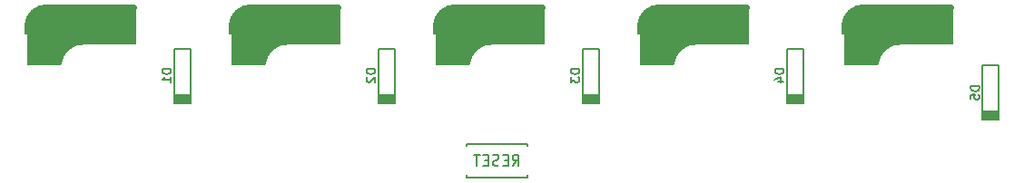
<source format=gbo>
%TF.GenerationSoftware,KiCad,Pcbnew,(5.1.10)-1*%
%TF.CreationDate,2021-09-25T16:03:37+01:00*%
%TF.ProjectId,piccolo-mini,70696363-6f6c-46f2-9d6d-696e692e6b69,rev?*%
%TF.SameCoordinates,Original*%
%TF.FileFunction,Legend,Bot*%
%TF.FilePolarity,Positive*%
%FSLAX46Y46*%
G04 Gerber Fmt 4.6, Leading zero omitted, Abs format (unit mm)*
G04 Created by KiCad (PCBNEW (5.1.10)-1) date 2021-09-25 16:03:37*
%MOMM*%
%LPD*%
G01*
G04 APERTURE LIST*
%ADD10C,0.150000*%
%ADD11C,1.000000*%
%ADD12C,0.400000*%
%ADD13C,0.500000*%
%ADD14C,3.500000*%
%ADD15C,3.000000*%
%ADD16C,0.800000*%
%ADD17C,0.300000*%
G04 APERTURE END LIST*
D10*
%TO.C,SW1*%
X184650500Y-98310500D02*
X178950500Y-98310500D01*
X178950500Y-98310500D02*
X178950500Y-98060500D01*
X184650500Y-98310500D02*
X184650500Y-98060500D01*
X184650500Y-95110500D02*
X184650500Y-95360500D01*
X184650500Y-95110500D02*
X178950500Y-95110500D01*
X178950500Y-95110500D02*
X178950500Y-95360500D01*
%TO.C,MX5*%
X217284182Y-87651529D02*
G75*
G02*
X219500500Y-85773000I2151318J-291471D01*
G01*
X214000500Y-84073001D02*
G75*
G02*
X216100499Y-82173000I2000000J-99999D01*
G01*
D11*
X216884182Y-87251529D02*
G75*
G02*
X219100500Y-85373000I2151318J-291471D01*
G01*
D12*
X224150500Y-82373000D02*
X222900500Y-82373000D01*
D13*
X214450500Y-87473000D02*
X216900500Y-87473000D01*
D10*
X224300500Y-82173000D02*
X216100499Y-82173000D01*
X219500500Y-85773000D02*
X224300500Y-85773000D01*
X214250500Y-87673000D02*
X217280500Y-87673000D01*
X214000500Y-84073000D02*
X214000500Y-84823000D01*
X214250500Y-83223000D02*
X214250500Y-87673000D01*
X214000500Y-84823000D02*
X214200500Y-84823000D01*
X224280500Y-84773000D02*
X224280500Y-82523000D01*
X224300500Y-85773000D02*
X224300500Y-82173000D01*
D14*
X222500500Y-83973000D02*
X215800500Y-83973000D01*
D11*
X223800500Y-82773000D02*
X223800500Y-85273000D01*
D13*
X224100500Y-85523000D02*
X222800500Y-85473000D01*
D15*
X215730500Y-83673000D02*
X215730500Y-85913000D01*
D16*
X214600500Y-87173000D02*
X214600500Y-85373001D01*
D17*
X214100500Y-84723000D02*
X214100500Y-84073000D01*
D10*
%TO.C,MX4*%
X198234182Y-87651529D02*
G75*
G02*
X200450500Y-85773000I2151318J-291471D01*
G01*
X194950500Y-84073001D02*
G75*
G02*
X197050499Y-82173000I2000000J-99999D01*
G01*
D11*
X197834182Y-87251529D02*
G75*
G02*
X200050500Y-85373000I2151318J-291471D01*
G01*
D12*
X205100500Y-82373000D02*
X203850500Y-82373000D01*
D13*
X195400500Y-87473000D02*
X197850500Y-87473000D01*
D10*
X205250500Y-82173000D02*
X197050499Y-82173000D01*
X200450500Y-85773000D02*
X205250500Y-85773000D01*
X195200500Y-87673000D02*
X198230500Y-87673000D01*
X194950500Y-84073000D02*
X194950500Y-84823000D01*
X195200500Y-83223000D02*
X195200500Y-87673000D01*
X194950500Y-84823000D02*
X195150500Y-84823000D01*
X205230500Y-84773000D02*
X205230500Y-82523000D01*
X205250500Y-85773000D02*
X205250500Y-82173000D01*
D14*
X203450500Y-83973000D02*
X196750500Y-83973000D01*
D11*
X204750500Y-82773000D02*
X204750500Y-85273000D01*
D13*
X205050500Y-85523000D02*
X203750500Y-85473000D01*
D15*
X196680500Y-83673000D02*
X196680500Y-85913000D01*
D16*
X195550500Y-87173000D02*
X195550500Y-85373001D01*
D17*
X195050500Y-84723000D02*
X195050500Y-84073000D01*
D10*
%TO.C,MX3*%
X179184182Y-87651529D02*
G75*
G02*
X181400500Y-85773000I2151318J-291471D01*
G01*
X175900500Y-84073001D02*
G75*
G02*
X178000499Y-82173000I2000000J-99999D01*
G01*
D11*
X178784182Y-87251529D02*
G75*
G02*
X181000500Y-85373000I2151318J-291471D01*
G01*
D12*
X186050500Y-82373000D02*
X184800500Y-82373000D01*
D13*
X176350500Y-87473000D02*
X178800500Y-87473000D01*
D10*
X186200500Y-82173000D02*
X178000499Y-82173000D01*
X181400500Y-85773000D02*
X186200500Y-85773000D01*
X176150500Y-87673000D02*
X179180500Y-87673000D01*
X175900500Y-84073000D02*
X175900500Y-84823000D01*
X176150500Y-83223000D02*
X176150500Y-87673000D01*
X175900500Y-84823000D02*
X176100500Y-84823000D01*
X186180500Y-84773000D02*
X186180500Y-82523000D01*
X186200500Y-85773000D02*
X186200500Y-82173000D01*
D14*
X184400500Y-83973000D02*
X177700500Y-83973000D01*
D11*
X185700500Y-82773000D02*
X185700500Y-85273000D01*
D13*
X186000500Y-85523000D02*
X184700500Y-85473000D01*
D15*
X177630500Y-83673000D02*
X177630500Y-85913000D01*
D16*
X176500500Y-87173000D02*
X176500500Y-85373001D01*
D17*
X176000500Y-84723000D02*
X176000500Y-84073000D01*
D10*
%TO.C,MX2*%
X160134182Y-87651529D02*
G75*
G02*
X162350500Y-85773000I2151318J-291471D01*
G01*
X156850500Y-84073001D02*
G75*
G02*
X158950499Y-82173000I2000000J-99999D01*
G01*
D11*
X159734182Y-87251529D02*
G75*
G02*
X161950500Y-85373000I2151318J-291471D01*
G01*
D12*
X167000500Y-82373000D02*
X165750500Y-82373000D01*
D13*
X157300500Y-87473000D02*
X159750500Y-87473000D01*
D10*
X167150500Y-82173000D02*
X158950499Y-82173000D01*
X162350500Y-85773000D02*
X167150500Y-85773000D01*
X157100500Y-87673000D02*
X160130500Y-87673000D01*
X156850500Y-84073000D02*
X156850500Y-84823000D01*
X157100500Y-83223000D02*
X157100500Y-87673000D01*
X156850500Y-84823000D02*
X157050500Y-84823000D01*
X167130500Y-84773000D02*
X167130500Y-82523000D01*
X167150500Y-85773000D02*
X167150500Y-82173000D01*
D14*
X165350500Y-83973000D02*
X158650500Y-83973000D01*
D11*
X166650500Y-82773000D02*
X166650500Y-85273000D01*
D13*
X166950500Y-85523000D02*
X165650500Y-85473000D01*
D15*
X158580500Y-83673000D02*
X158580500Y-85913000D01*
D16*
X157450500Y-87173000D02*
X157450500Y-85373001D01*
D17*
X156950500Y-84723000D02*
X156950500Y-84073000D01*
D10*
%TO.C,MX1*%
X141084182Y-87651529D02*
G75*
G02*
X143300500Y-85773000I2151318J-291471D01*
G01*
X137800500Y-84073001D02*
G75*
G02*
X139900499Y-82173000I2000000J-99999D01*
G01*
D11*
X140684182Y-87251529D02*
G75*
G02*
X142900500Y-85373000I2151318J-291471D01*
G01*
D12*
X147950500Y-82373000D02*
X146700500Y-82373000D01*
D13*
X138250500Y-87473000D02*
X140700500Y-87473000D01*
D10*
X148100500Y-82173000D02*
X139900499Y-82173000D01*
X143300500Y-85773000D02*
X148100500Y-85773000D01*
X138050500Y-87673000D02*
X141080500Y-87673000D01*
X137800500Y-84073000D02*
X137800500Y-84823000D01*
X138050500Y-83223000D02*
X138050500Y-87673000D01*
X137800500Y-84823000D02*
X138000500Y-84823000D01*
X148080500Y-84773000D02*
X148080500Y-82523000D01*
X148100500Y-85773000D02*
X148100500Y-82173000D01*
D14*
X146300500Y-83973000D02*
X139600500Y-83973000D01*
D11*
X147600500Y-82773000D02*
X147600500Y-85273000D01*
D13*
X147900500Y-85523000D02*
X146600500Y-85473000D01*
D15*
X139530500Y-83673000D02*
X139530500Y-85913000D01*
D16*
X138400500Y-87173000D02*
X138400500Y-85373001D01*
D17*
X137900500Y-84723000D02*
X137900500Y-84073000D01*
D10*
%TO.C,D5*%
X227076000Y-92138500D02*
X228600000Y-92138500D01*
X227076000Y-92265500D02*
X228600000Y-92265500D01*
X228600000Y-92392500D02*
X227076000Y-92392500D01*
X227076000Y-92773500D02*
X228600000Y-92773500D01*
X228600000Y-92646500D02*
X227076000Y-92646500D01*
X227076000Y-92519500D02*
X228600000Y-92519500D01*
X228600000Y-87820500D02*
X227076000Y-87820500D01*
X228600000Y-92900500D02*
X228600000Y-87820500D01*
X227076000Y-92900500D02*
X228600000Y-92900500D01*
X227076000Y-87820500D02*
X227076000Y-92900500D01*
%TO.C,D4*%
X208819750Y-90551000D02*
X210343750Y-90551000D01*
X208819750Y-90678000D02*
X210343750Y-90678000D01*
X210343750Y-90805000D02*
X208819750Y-90805000D01*
X208819750Y-91186000D02*
X210343750Y-91186000D01*
X210343750Y-91059000D02*
X208819750Y-91059000D01*
X208819750Y-90932000D02*
X210343750Y-90932000D01*
X210343750Y-86233000D02*
X208819750Y-86233000D01*
X210343750Y-91313000D02*
X210343750Y-86233000D01*
X208819750Y-91313000D02*
X210343750Y-91313000D01*
X208819750Y-86233000D02*
X208819750Y-91313000D01*
%TO.C,D3*%
X189769750Y-90551000D02*
X191293750Y-90551000D01*
X189769750Y-90678000D02*
X191293750Y-90678000D01*
X191293750Y-90805000D02*
X189769750Y-90805000D01*
X189769750Y-91186000D02*
X191293750Y-91186000D01*
X191293750Y-91059000D02*
X189769750Y-91059000D01*
X189769750Y-90932000D02*
X191293750Y-90932000D01*
X191293750Y-86233000D02*
X189769750Y-86233000D01*
X191293750Y-91313000D02*
X191293750Y-86233000D01*
X189769750Y-91313000D02*
X191293750Y-91313000D01*
X189769750Y-86233000D02*
X189769750Y-91313000D01*
%TO.C,D2*%
X170719750Y-90551000D02*
X172243750Y-90551000D01*
X170719750Y-90678000D02*
X172243750Y-90678000D01*
X172243750Y-90805000D02*
X170719750Y-90805000D01*
X170719750Y-91186000D02*
X172243750Y-91186000D01*
X172243750Y-91059000D02*
X170719750Y-91059000D01*
X170719750Y-90932000D02*
X172243750Y-90932000D01*
X172243750Y-86233000D02*
X170719750Y-86233000D01*
X172243750Y-91313000D02*
X172243750Y-86233000D01*
X170719750Y-91313000D02*
X172243750Y-91313000D01*
X170719750Y-86233000D02*
X170719750Y-91313000D01*
%TO.C,D1*%
X151669750Y-90551000D02*
X153193750Y-90551000D01*
X151669750Y-90678000D02*
X153193750Y-90678000D01*
X153193750Y-90805000D02*
X151669750Y-90805000D01*
X151669750Y-91186000D02*
X153193750Y-91186000D01*
X153193750Y-91059000D02*
X151669750Y-91059000D01*
X151669750Y-90932000D02*
X153193750Y-90932000D01*
X153193750Y-86233000D02*
X151669750Y-86233000D01*
X153193750Y-91313000D02*
X153193750Y-86233000D01*
X151669750Y-91313000D02*
X153193750Y-91313000D01*
X151669750Y-86233000D02*
X151669750Y-91313000D01*
%TO.C,SW1*%
X183252880Y-97162880D02*
X183586214Y-96686690D01*
X183824309Y-97162880D02*
X183824309Y-96162880D01*
X183443357Y-96162880D01*
X183348119Y-96210500D01*
X183300500Y-96258119D01*
X183252880Y-96353357D01*
X183252880Y-96496214D01*
X183300500Y-96591452D01*
X183348119Y-96639071D01*
X183443357Y-96686690D01*
X183824309Y-96686690D01*
X182824309Y-96639071D02*
X182490976Y-96639071D01*
X182348119Y-97162880D02*
X182824309Y-97162880D01*
X182824309Y-96162880D01*
X182348119Y-96162880D01*
X181967166Y-97115261D02*
X181824309Y-97162880D01*
X181586214Y-97162880D01*
X181490976Y-97115261D01*
X181443357Y-97067642D01*
X181395738Y-96972404D01*
X181395738Y-96877166D01*
X181443357Y-96781928D01*
X181490976Y-96734309D01*
X181586214Y-96686690D01*
X181776690Y-96639071D01*
X181871928Y-96591452D01*
X181919547Y-96543833D01*
X181967166Y-96448595D01*
X181967166Y-96353357D01*
X181919547Y-96258119D01*
X181871928Y-96210500D01*
X181776690Y-96162880D01*
X181538595Y-96162880D01*
X181395738Y-96210500D01*
X180967166Y-96639071D02*
X180633833Y-96639071D01*
X180490976Y-97162880D02*
X180967166Y-97162880D01*
X180967166Y-96162880D01*
X180490976Y-96162880D01*
X180205261Y-96162880D02*
X179633833Y-96162880D01*
X179919547Y-97162880D02*
X179919547Y-96162880D01*
%TO.C,D5*%
X226799904Y-89744623D02*
X225999904Y-89744623D01*
X225999904Y-89935100D01*
X226038000Y-90049385D01*
X226114190Y-90125576D01*
X226190380Y-90163671D01*
X226342761Y-90201766D01*
X226457047Y-90201766D01*
X226609428Y-90163671D01*
X226685619Y-90125576D01*
X226761809Y-90049385D01*
X226799904Y-89935100D01*
X226799904Y-89744623D01*
X225999904Y-90925576D02*
X225999904Y-90544623D01*
X226380857Y-90506528D01*
X226342761Y-90544623D01*
X226304666Y-90620814D01*
X226304666Y-90811290D01*
X226342761Y-90887480D01*
X226380857Y-90925576D01*
X226457047Y-90963671D01*
X226647523Y-90963671D01*
X226723714Y-90925576D01*
X226761809Y-90887480D01*
X226799904Y-90811290D01*
X226799904Y-90620814D01*
X226761809Y-90544623D01*
X226723714Y-90506528D01*
%TO.C,D4*%
X208543654Y-88157123D02*
X207743654Y-88157123D01*
X207743654Y-88347600D01*
X207781750Y-88461885D01*
X207857940Y-88538076D01*
X207934130Y-88576171D01*
X208086511Y-88614266D01*
X208200797Y-88614266D01*
X208353178Y-88576171D01*
X208429369Y-88538076D01*
X208505559Y-88461885D01*
X208543654Y-88347600D01*
X208543654Y-88157123D01*
X208010321Y-89299980D02*
X208543654Y-89299980D01*
X207705559Y-89109504D02*
X208276988Y-88919028D01*
X208276988Y-89414266D01*
%TO.C,D3*%
X189493654Y-88157123D02*
X188693654Y-88157123D01*
X188693654Y-88347600D01*
X188731750Y-88461885D01*
X188807940Y-88538076D01*
X188884130Y-88576171D01*
X189036511Y-88614266D01*
X189150797Y-88614266D01*
X189303178Y-88576171D01*
X189379369Y-88538076D01*
X189455559Y-88461885D01*
X189493654Y-88347600D01*
X189493654Y-88157123D01*
X188693654Y-88880933D02*
X188693654Y-89376171D01*
X188998416Y-89109504D01*
X188998416Y-89223790D01*
X189036511Y-89299980D01*
X189074607Y-89338076D01*
X189150797Y-89376171D01*
X189341273Y-89376171D01*
X189417464Y-89338076D01*
X189455559Y-89299980D01*
X189493654Y-89223790D01*
X189493654Y-88995219D01*
X189455559Y-88919028D01*
X189417464Y-88880933D01*
%TO.C,D2*%
X170443654Y-88157123D02*
X169643654Y-88157123D01*
X169643654Y-88347600D01*
X169681750Y-88461885D01*
X169757940Y-88538076D01*
X169834130Y-88576171D01*
X169986511Y-88614266D01*
X170100797Y-88614266D01*
X170253178Y-88576171D01*
X170329369Y-88538076D01*
X170405559Y-88461885D01*
X170443654Y-88347600D01*
X170443654Y-88157123D01*
X169719845Y-88919028D02*
X169681750Y-88957123D01*
X169643654Y-89033314D01*
X169643654Y-89223790D01*
X169681750Y-89299980D01*
X169719845Y-89338076D01*
X169796035Y-89376171D01*
X169872226Y-89376171D01*
X169986511Y-89338076D01*
X170443654Y-88880933D01*
X170443654Y-89376171D01*
%TO.C,D1*%
X151393654Y-88157123D02*
X150593654Y-88157123D01*
X150593654Y-88347600D01*
X150631750Y-88461885D01*
X150707940Y-88538076D01*
X150784130Y-88576171D01*
X150936511Y-88614266D01*
X151050797Y-88614266D01*
X151203178Y-88576171D01*
X151279369Y-88538076D01*
X151355559Y-88461885D01*
X151393654Y-88347600D01*
X151393654Y-88157123D01*
X151393654Y-89376171D02*
X151393654Y-88919028D01*
X151393654Y-89147600D02*
X150593654Y-89147600D01*
X150707940Y-89071409D01*
X150784130Y-88995219D01*
X150822226Y-88919028D01*
%TD*%
M02*

</source>
